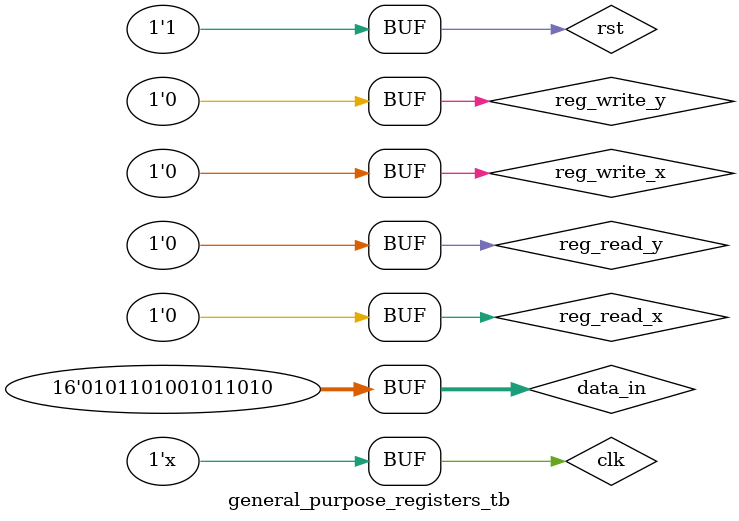
<source format=v>
module general_purpose_registers (
    input clk,                // Clock signal
    input rst,                // Reset signal (active low)
    input [15:0] data_in,     // Data input
    input reg_write_x,        // Control signal to write to register X
    input reg_write_y,        // Control signal to write to register Y
    input reg_read_x,         // Control signal to read from register X
    input reg_read_y,         // Control signal to read from register Y
    output reg [15:0] data_out_x, // Data output from register X
    output reg [15:0] data_out_y  // Data output from register Y
);

    // Registers X and Y
    reg [15:0] reg_x;
    reg [15:0] reg_y;

    // Write operations on the rising edge of the clock
    always @(posedge clk or negedge rst) begin
        if (!rst) begin
            reg_x <= 16'b0; // Reset register X
            reg_y <= 16'b0; // Reset register Y
        end else begin
            if (reg_write_x) reg_x <= data_in; // Write to register X
            if (reg_write_y) reg_y <= data_in; // Write to register Y
        end
    end

    // Read operations
    always @(*) begin
        if (reg_read_x) data_out_x = reg_x; // Read from register X
        else data_out_x = 16'b0;           // Default output

        if (reg_read_y) data_out_y = reg_y; // Read from register Y
        else data_out_y = 16'b0;           // Default output
    end

endmodule


`timescale 1ns/1ps

module general_purpose_registers_tb;

    // Testbench signals
    reg clk;
    reg rst;
    reg [15:0] data_in;
    reg reg_write_x;
    reg reg_write_y;
    reg reg_read_x;
    reg reg_read_y;
    wire [15:0] data_out_x;
    wire [15:0] data_out_y;

    // Instantiate the general-purpose registers module
    general_purpose_registers uut (
        .clk(clk),
        .rst(rst),
        .data_in(data_in),
        .reg_write_x(reg_write_x),
        .reg_write_y(reg_write_y),
        .reg_read_x(reg_read_x),
        .reg_read_y(reg_read_y),
        .data_out_x(data_out_x),
        .data_out_y(data_out_y)
    );

    // Clock generation (50MHz)
    initial clk = 0;
    always #10 clk = ~clk; // 20ns period

    // Test procedure
    initial begin
        // Initialize signals
        rst = 0; data_in = 16'b0;
        reg_write_x = 0; reg_write_y = 0;
        reg_read_x = 0; reg_read_y = 0;

        // Apply reset
        #5 rst = 1; // Release reset after 5ns
        #10 rst = 0; // Apply reset
        #20 rst = 1; // End reset

        // Write to register X
        #20 data_in = 16'hA5A5; reg_write_x = 1;
        #20 reg_write_x = 0;

        // Write to register Y
        #20 data_in = 16'h5A5A; reg_write_y = 1;
        #20 reg_write_y = 0;

        // Read from register X
        #20 reg_read_x = 1;
        #20 reg_read_x = 0;

        // Read from register Y
        #20 reg_read_y = 1;
        #20 reg_read_y = 0;

        // Check reset behavior
        #20 rst = 0;
        #20 rst = 1;

        // Finish simulation
        #100 ;
    end

    // Monitor changes
    initial begin
        $monitor("Time: %t | rst: %b | data_in: %h | write_x: %b | write_y: %b | read_x: %b | read_y: %b | data_out_x: %h | data_out_y: %h",
                 $time, rst, data_in, reg_write_x, reg_write_y, reg_read_x, reg_read_y, data_out_x, data_out_y);
    end

endmodule

</source>
